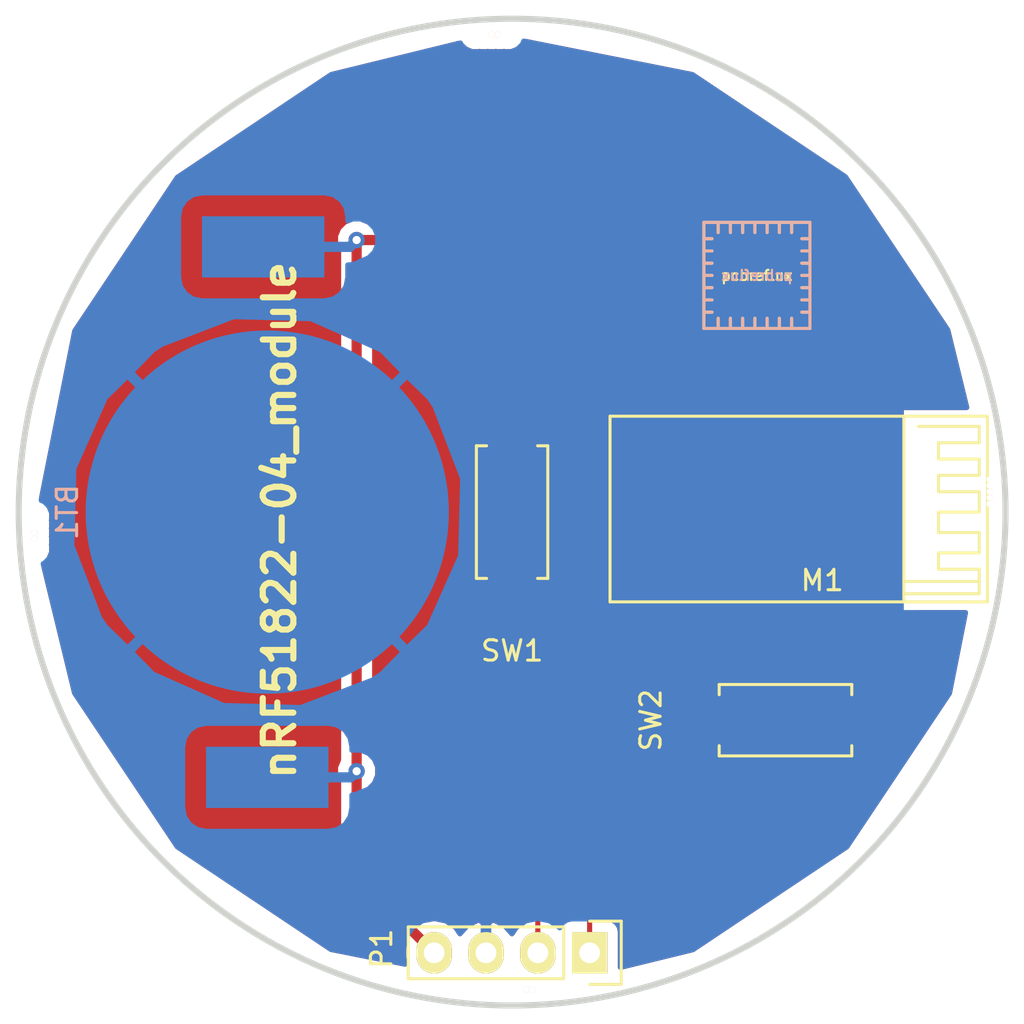
<source format=kicad_pcb>
(kicad_pcb (version 4) (host pcbnew 4.1.0-alpha+201607130321+6976~46~ubuntu16.04.1-product)

  (general
    (links 11)
    (no_connects 0)
    (area 49.899999 116.299999 100.100001 168.308333)
    (thickness 1.6)
    (drawings 4)
    (tracks 30)
    (zones 0)
    (modules 11)
    (nets 13)
  )

  (page A4)
  (layers
    (0 F.Cu signal)
    (31 B.Cu signal hide)
    (32 B.Adhes user)
    (33 F.Adhes user)
    (34 B.Paste user)
    (35 F.Paste user)
    (36 B.SilkS user)
    (37 F.SilkS user)
    (38 B.Mask user)
    (39 F.Mask user)
    (40 Dwgs.User user)
    (41 Cmts.User user)
    (42 Eco1.User user)
    (43 Eco2.User user)
    (44 Edge.Cuts user)
    (45 Margin user)
    (46 B.CrtYd user)
    (47 F.CrtYd user)
    (48 B.Fab user)
    (49 F.Fab user)
  )

  (setup
    (last_trace_width 0.25)
    (trace_clearance 0.2)
    (zone_clearance 0.508)
    (zone_45_only yes)
    (trace_min 0.2)
    (segment_width 0.2)
    (edge_width 0.3)
    (via_size 0.8)
    (via_drill 0.4)
    (via_min_size 0.4)
    (via_min_drill 0.3)
    (uvia_size 0.3)
    (uvia_drill 0.1)
    (uvias_allowed no)
    (uvia_min_size 0.2)
    (uvia_min_drill 0.1)
    (pcb_text_width 0.3)
    (pcb_text_size 1.5 1.5)
    (mod_edge_width 0.15)
    (mod_text_size 1 1)
    (mod_text_width 0.15)
    (pad_size 3 6)
    (pad_drill 0)
    (pad_to_mask_clearance 0.2)
    (aux_axis_origin 205.2 56.2)
    (grid_origin 205.2 56.2)
    (visible_elements FFFFFF7F)
    (pcbplotparams
      (layerselection 0x010f0_ffffffff)
      (usegerberextensions false)
      (excludeedgelayer true)
      (linewidth 0.100000)
      (plotframeref false)
      (viasonmask false)
      (mode 1)
      (useauxorigin false)
      (hpglpennumber 1)
      (hpglpenspeed 20)
      (hpglpendiameter 15)
      (psnegative false)
      (psa4output false)
      (plotreference true)
      (plotvalue true)
      (plotinvisibletext false)
      (padsonsilk false)
      (subtractmaskfromsilk false)
      (outputformat 1)
      (mirror false)
      (drillshape 0)
      (scaleselection 1)
      (outputdirectory Gerber/))
  )

  (net 0 "")
  (net 1 GND)
  (net 2 "Net-(BT1-Pad1)")
  (net 3 "Net-(M1-Pad13)")
  (net 4 "Net-(M1-Pad11)")
  (net 5 "Net-(M1-Pad10)")
  (net 6 "Net-(M1-Pad9)")
  (net 7 "Net-(M1-Pad8)")
  (net 8 "Net-(M1-Pad7)")
  (net 9 "Net-(M1-Pad6)")
  (net 10 "Net-(M1-Pad5)")
  (net 11 "Net-(M1-Pad4)")
  (net 12 "Net-(M1-Pad3)")

  (net_class Default "This is the default net class."
    (clearance 0.2)
    (trace_width 0.25)
    (via_dia 0.8)
    (via_drill 0.4)
    (uvia_dia 0.3)
    (uvia_drill 0.1)
    (add_net "Net-(M1-Pad10)")
    (add_net "Net-(M1-Pad11)")
    (add_net "Net-(M1-Pad13)")
    (add_net "Net-(M1-Pad3)")
    (add_net "Net-(M1-Pad4)")
    (add_net "Net-(M1-Pad5)")
    (add_net "Net-(M1-Pad6)")
    (add_net "Net-(M1-Pad7)")
    (add_net "Net-(M1-Pad8)")
    (add_net "Net-(M1-Pad9)")
  )

  (net_class XL ""
    (clearance 0.4)
    (trace_width 0.5)
    (via_dia 0.8)
    (via_drill 0.4)
    (uvia_dia 0.3)
    (uvia_drill 0.1)
    (add_net GND)
    (add_net "Net-(BT1-Pad1)")
  )

  (module module:pcbreflux_logo (layer B.Cu) (tedit 5794F58C) (tstamp 5794F9EF)
    (at 87 129.8)
    (fp_text reference REF** (at 0 -3.8) (layer B.SilkS) hide
      (effects (font (size 1 1) (thickness 0.15)) (justify mirror))
    )
    (fp_text value pcbreflux_logo (at 0.2 3.6) (layer B.Fab) hide
      (effects (font (size 1 1) (thickness 0.15)) (justify mirror))
    )
    (fp_text user pcbreflux (at 0 0) (layer B.SilkS)
      (effects (font (size 0.5 0.5) (thickness 0.1)) (justify mirror))
    )
    (fp_line (start 1.7 -2.5) (end 1.7 -2.1) (layer B.SilkS) (width 0.15))
    (fp_line (start 1.1 -2.5) (end 1.1 -2.1) (layer B.SilkS) (width 0.15))
    (fp_line (start 0.5 -2.5) (end 0.5 -2.1) (layer B.SilkS) (width 0.15))
    (fp_line (start -0.1 -2.5) (end -0.1 -2.1) (layer B.SilkS) (width 0.15))
    (fp_line (start -0.7 -2.5) (end -0.7 -2.1) (layer B.SilkS) (width 0.15))
    (fp_line (start -1.3 -2.5) (end -1.3 -2.1) (layer B.SilkS) (width 0.15))
    (fp_line (start -1.9 -2.5) (end -1.9 -2.1) (layer B.SilkS) (width 0.15))
    (fp_line (start -2.6 2.6) (end 2.6 2.6) (layer B.SilkS) (width 0.15))
    (fp_line (start -2.6 -2.6) (end 2.6 -2.6) (layer B.SilkS) (width 0.15))
    (fp_line (start -1.9 2.1) (end -1.9 2.5) (layer B.SilkS) (width 0.15))
    (fp_line (start -1.3 2.1) (end -1.3 2.5) (layer B.SilkS) (width 0.15))
    (fp_line (start -0.7 2.1) (end -0.7 2.5) (layer B.SilkS) (width 0.15))
    (fp_line (start -0.1 2.1) (end -0.1 2.5) (layer B.SilkS) (width 0.15))
    (fp_line (start 0.5 2.1) (end 0.5 2.5) (layer B.SilkS) (width 0.15))
    (fp_line (start 1.1 2.1) (end 1.1 2.5) (layer B.SilkS) (width 0.15))
    (fp_line (start 1.7 2.1) (end 1.7 2.5) (layer B.SilkS) (width 0.15))
    (fp_line (start -2.6 1.8) (end -2.2 1.8) (layer B.SilkS) (width 0.15))
    (fp_line (start -2.6 1.2) (end -2.2 1.2) (layer B.SilkS) (width 0.15))
    (fp_line (start -2.6 0.6) (end -2.2 0.6) (layer B.SilkS) (width 0.15))
    (fp_line (start -2.6 0) (end -2.2 0) (layer B.SilkS) (width 0.15))
    (fp_line (start -2.6 -0.6) (end -2.2 -0.6) (layer B.SilkS) (width 0.15))
    (fp_line (start -2.6 -1.2) (end -2.2 -1.2) (layer B.SilkS) (width 0.15))
    (fp_line (start -2.6 -1.8) (end -2.2 -1.8) (layer B.SilkS) (width 0.15))
    (fp_line (start 2.2 -1.8) (end 2.6 -1.8) (layer B.SilkS) (width 0.15))
    (fp_line (start 2.2 -1.2) (end 2.6 -1.2) (layer B.SilkS) (width 0.15))
    (fp_line (start 2.2 -0.6) (end 2.6 -0.6) (layer B.SilkS) (width 0.15))
    (fp_line (start 2.2 0) (end 2.6 0) (layer B.SilkS) (width 0.15))
    (fp_line (start 2.2 0.6) (end 2.6 0.6) (layer B.SilkS) (width 0.15))
    (fp_line (start 2.2 1.2) (end 2.6 1.2) (layer B.SilkS) (width 0.15))
    (fp_line (start 2.2 1.8) (end 2.6 1.8) (layer B.SilkS) (width 0.15))
    (fp_line (start 2.6 2.6) (end 2.6 -2.6) (layer B.SilkS) (width 0.15))
    (fp_line (start -2.6 -2.6) (end -2.6 2.6) (layer B.SilkS) (width 0.15))
  )

  (module Pin_Headers:Pin_Header_Straight_1x04 (layer F.Cu) (tedit 5794EBE3) (tstamp 5794D828)
    (at 78.8 163 270)
    (descr "Through hole pin header")
    (tags "pin header")
    (path /5794D1CD)
    (fp_text reference P1 (at -0.2 10.2 270) (layer F.SilkS)
      (effects (font (size 1 1) (thickness 0.15)))
    )
    (fp_text value CONN_01X04 (at 0 -3.1 270) (layer F.Fab) hide
      (effects (font (size 1 1) (thickness 0.15)))
    )
    (fp_line (start -1.75 -1.75) (end -1.75 9.4) (layer F.CrtYd) (width 0.05))
    (fp_line (start 1.75 -1.75) (end 1.75 9.4) (layer F.CrtYd) (width 0.05))
    (fp_line (start -1.75 -1.75) (end 1.75 -1.75) (layer F.CrtYd) (width 0.05))
    (fp_line (start -1.75 9.4) (end 1.75 9.4) (layer F.CrtYd) (width 0.05))
    (fp_line (start -1.27 1.27) (end -1.27 8.89) (layer F.SilkS) (width 0.15))
    (fp_line (start 1.27 1.27) (end 1.27 8.89) (layer F.SilkS) (width 0.15))
    (fp_line (start 1.55 -1.55) (end 1.55 0) (layer F.SilkS) (width 0.15))
    (fp_line (start -1.27 8.89) (end 1.27 8.89) (layer F.SilkS) (width 0.15))
    (fp_line (start 1.27 1.27) (end -1.27 1.27) (layer F.SilkS) (width 0.15))
    (fp_line (start -1.55 0) (end -1.55 -1.55) (layer F.SilkS) (width 0.15))
    (fp_line (start -1.55 -1.55) (end 1.55 -1.55) (layer F.SilkS) (width 0.15))
    (pad 1 thru_hole rect (at 0 0 270) (size 2.032 1.7272) (drill 1.016) (layers *.Cu *.Mask F.SilkS)
      (net 4 "Net-(M1-Pad11)"))
    (pad 2 thru_hole oval (at 0 2.54 270) (size 2.032 1.7272) (drill 1.016) (layers *.Cu *.Mask F.SilkS)
      (net 5 "Net-(M1-Pad10)"))
    (pad 3 thru_hole oval (at 0 5.08 270) (size 2.032 1.7272) (drill 1.016) (layers *.Cu *.Mask F.SilkS)
      (net 1 GND))
    (pad 4 thru_hole oval (at 0 7.62 270) (size 2.032 1.7272) (drill 1.016) (layers *.Cu *.Mask F.SilkS)
      (net 2 "Net-(BT1-Pad1)"))
    (model Pin_Headers.3dshapes/Pin_Header_Straight_1x04.wrl
      (at (xyz 0 -0.15 0))
      (scale (xyz 1 1 1))
      (rotate (xyz 0 0 90))
    )
  )

  (module Buttons_Switches_SMD:SW_SPST_REED_CT05-XXXX-G1 (layer F.Cu) (tedit 5794EBD4) (tstamp 5794D838)
    (at 75 141.4 270)
    (descr "Coto Technologies SPST Reed Switch CT05-XXXX-G1")
    (tags "Coto Reed SPST Switch")
    (path /5794CEBA)
    (attr smd)
    (fp_text reference SW1 (at 6.8 0) (layer F.SilkS)
      (effects (font (size 1 1) (thickness 0.15)))
    )
    (fp_text value SW_PUSH_SMALL_H (at 0 -2.54 270) (layer F.Fab) hide
      (effects (font (size 1 1) (thickness 0.15)))
    )
    (fp_line (start -5.8 2) (end -5.8 -2) (layer F.CrtYd) (width 0.05))
    (fp_line (start -5.8 -2) (end 5.8 -2) (layer F.CrtYd) (width 0.05))
    (fp_line (start 5.8 -2) (end 5.8 2) (layer F.CrtYd) (width 0.05))
    (fp_line (start 5.8 2) (end -5.8 2) (layer F.CrtYd) (width 0.05))
    (fp_line (start 3.25 1.25) (end 3.25 1.75) (layer F.SilkS) (width 0.15))
    (fp_line (start 3.25 1.75) (end -3.25 1.75) (layer F.SilkS) (width 0.15))
    (fp_line (start -3.25 1.75) (end -3.25 1.25) (layer F.SilkS) (width 0.15))
    (fp_line (start -3.25 -1.25) (end -3.25 -1.75) (layer F.SilkS) (width 0.15))
    (fp_line (start -3.25 -1.75) (end 3.25 -1.75) (layer F.SilkS) (width 0.15))
    (fp_line (start 3.25 -1.75) (end 3.25 -1.25) (layer F.SilkS) (width 0.15))
    (pad 2 smd rect (at 4.275 0 270) (size 2.5 2) (layers F.Cu F.Paste F.Mask)
      (net 8 "Net-(M1-Pad7)"))
    (pad 1 smd rect (at -4.275 0 270) (size 2.5 2) (layers F.Cu F.Paste F.Mask)
      (net 1 GND))
    (model ${KIPRJMOD}/lib/packages3d/walter/switch/smd_push.wrl
      (at (xyz 0 0 0))
      (scale (xyz 1 1 1))
      (rotate (xyz 0 0 0))
    )
  )

  (module Buttons_Switches_SMD:SW_SPST_REED_CT05-XXXX-G1 (layer F.Cu) (tedit 5794EBDC) (tstamp 5794D848)
    (at 88.4 151.6 180)
    (descr "Coto Technologies SPST Reed Switch CT05-XXXX-G1")
    (tags "Coto Reed SPST Switch")
    (path /5794CFA4)
    (attr smd)
    (fp_text reference SW2 (at 6.6 0 270) (layer F.SilkS)
      (effects (font (size 1 1) (thickness 0.15)))
    )
    (fp_text value SW_PUSH_SMALL_H (at 0 -2.54 180) (layer F.Fab) hide
      (effects (font (size 1 1) (thickness 0.15)))
    )
    (fp_line (start -5.8 2) (end -5.8 -2) (layer F.CrtYd) (width 0.05))
    (fp_line (start -5.8 -2) (end 5.8 -2) (layer F.CrtYd) (width 0.05))
    (fp_line (start 5.8 -2) (end 5.8 2) (layer F.CrtYd) (width 0.05))
    (fp_line (start 5.8 2) (end -5.8 2) (layer F.CrtYd) (width 0.05))
    (fp_line (start 3.25 1.25) (end 3.25 1.75) (layer F.SilkS) (width 0.15))
    (fp_line (start 3.25 1.75) (end -3.25 1.75) (layer F.SilkS) (width 0.15))
    (fp_line (start -3.25 1.75) (end -3.25 1.25) (layer F.SilkS) (width 0.15))
    (fp_line (start -3.25 -1.25) (end -3.25 -1.75) (layer F.SilkS) (width 0.15))
    (fp_line (start -3.25 -1.75) (end 3.25 -1.75) (layer F.SilkS) (width 0.15))
    (fp_line (start 3.25 -1.75) (end 3.25 -1.25) (layer F.SilkS) (width 0.15))
    (pad 2 smd rect (at 4.275 0 180) (size 2.5 2) (layers F.Cu F.Paste F.Mask)
      (net 7 "Net-(M1-Pad8)"))
    (pad 1 smd rect (at -4.275 0 180) (size 2.5 2) (layers F.Cu F.Paste F.Mask)
      (net 1 GND))
    (model ${KIPRJMOD}/lib/packages3d/walter/switch/smd_push.wrl
      (at (xyz 0 0 0))
      (scale (xyz 1 1 1))
      (rotate (xyz 0 0 0))
    )
  )

  (module module:pcbreflux_logo (layer F.Cu) (tedit 5794F58C) (tstamp 5794F879)
    (at 87 129.8)
    (fp_text reference REF** (at 0 3.8) (layer F.SilkS) hide
      (effects (font (size 1 1) (thickness 0.15)))
    )
    (fp_text value pcbreflux_logo (at 0.2 -3.6) (layer F.Fab) hide
      (effects (font (size 1 1) (thickness 0.15)))
    )
    (fp_text user pcbreflux (at 0 0) (layer F.SilkS)
      (effects (font (size 0.5 0.5) (thickness 0.1)))
    )
    (fp_line (start 1.7 2.5) (end 1.7 2.1) (layer F.SilkS) (width 0.15))
    (fp_line (start 1.1 2.5) (end 1.1 2.1) (layer F.SilkS) (width 0.15))
    (fp_line (start 0.5 2.5) (end 0.5 2.1) (layer F.SilkS) (width 0.15))
    (fp_line (start -0.1 2.5) (end -0.1 2.1) (layer F.SilkS) (width 0.15))
    (fp_line (start -0.7 2.5) (end -0.7 2.1) (layer F.SilkS) (width 0.15))
    (fp_line (start -1.3 2.5) (end -1.3 2.1) (layer F.SilkS) (width 0.15))
    (fp_line (start -1.9 2.5) (end -1.9 2.1) (layer F.SilkS) (width 0.15))
    (fp_line (start -2.6 -2.6) (end 2.6 -2.6) (layer F.SilkS) (width 0.15))
    (fp_line (start -2.6 2.6) (end 2.6 2.6) (layer F.SilkS) (width 0.15))
    (fp_line (start -1.9 -2.1) (end -1.9 -2.5) (layer F.SilkS) (width 0.15))
    (fp_line (start -1.3 -2.1) (end -1.3 -2.5) (layer F.SilkS) (width 0.15))
    (fp_line (start -0.7 -2.1) (end -0.7 -2.5) (layer F.SilkS) (width 0.15))
    (fp_line (start -0.1 -2.1) (end -0.1 -2.5) (layer F.SilkS) (width 0.15))
    (fp_line (start 0.5 -2.1) (end 0.5 -2.5) (layer F.SilkS) (width 0.15))
    (fp_line (start 1.1 -2.1) (end 1.1 -2.5) (layer F.SilkS) (width 0.15))
    (fp_line (start 1.7 -2.1) (end 1.7 -2.5) (layer F.SilkS) (width 0.15))
    (fp_line (start -2.6 -1.8) (end -2.2 -1.8) (layer F.SilkS) (width 0.15))
    (fp_line (start -2.6 -1.2) (end -2.2 -1.2) (layer F.SilkS) (width 0.15))
    (fp_line (start -2.6 -0.6) (end -2.2 -0.6) (layer F.SilkS) (width 0.15))
    (fp_line (start -2.6 0) (end -2.2 0) (layer F.SilkS) (width 0.15))
    (fp_line (start -2.6 0.6) (end -2.2 0.6) (layer F.SilkS) (width 0.15))
    (fp_line (start -2.6 1.2) (end -2.2 1.2) (layer F.SilkS) (width 0.15))
    (fp_line (start -2.6 1.8) (end -2.2 1.8) (layer F.SilkS) (width 0.15))
    (fp_line (start 2.2 1.8) (end 2.6 1.8) (layer F.SilkS) (width 0.15))
    (fp_line (start 2.2 1.2) (end 2.6 1.2) (layer F.SilkS) (width 0.15))
    (fp_line (start 2.2 0.6) (end 2.6 0.6) (layer F.SilkS) (width 0.15))
    (fp_line (start 2.2 0) (end 2.6 0) (layer F.SilkS) (width 0.15))
    (fp_line (start 2.2 -0.6) (end 2.6 -0.6) (layer F.SilkS) (width 0.15))
    (fp_line (start 2.2 -1.2) (end 2.6 -1.2) (layer F.SilkS) (width 0.15))
    (fp_line (start 2.2 -1.8) (end 2.6 -1.8) (layer F.SilkS) (width 0.15))
    (fp_line (start 2.6 -2.6) (end 2.6 2.6) (layer F.SilkS) (width 0.15))
    (fp_line (start -2.6 2.6) (end -2.6 -2.6) (layer F.SilkS) (width 0.15))
  )

  (module module:micro_bite (layer F.Cu) (tedit 5794FA0D) (tstamp 5794F2FD)
    (at 98.4 140.4 270)
    (fp_text reference REF** (at 0 0.5 270) (layer F.SilkS) hide
      (effects (font (size 0.127 0.127) (thickness 0.01)))
    )
    (fp_text value micro_bite (at 0 -0.5 270) (layer F.Fab) hide
      (effects (font (size 0.127 0.127) (thickness 0.01)))
    )
    (pad "" np_thru_hole circle (at -0.6 0 270) (size 0.3 0.3) (drill 0.3) (layers *.Cu *.Mask))
    (pad "" np_thru_hole circle (at 0.6 0 270) (size 0.3 0.3) (drill 0.3) (layers *.Cu *.Mask))
    (pad "" np_thru_hole circle (at 0.3 0 270) (size 0.3 0.3) (drill 0.3) (layers *.Cu *.SilkS *.Mask))
    (pad "" np_thru_hole circle (at 0 0 270) (size 0.3 0.3) (drill 0.3) (layers *.Cu *.SilkS *.Mask))
    (pad "" np_thru_hole circle (at -0.3 0 270) (size 0.3 0.3) (drill 0.3) (layers *.Cu *.Mask))
  )

  (module module:micro_bite (layer F.Cu) (tedit 5794FA0D) (tstamp 5794F323)
    (at 74 118)
    (fp_text reference REF** (at 0 0.5) (layer F.SilkS) hide
      (effects (font (size 0.127 0.127) (thickness 0.01)))
    )
    (fp_text value micro_bite (at 0 -0.5) (layer F.Fab) hide
      (effects (font (size 0.127 0.127) (thickness 0.01)))
    )
    (pad "" np_thru_hole circle (at -0.6 0) (size 0.3 0.3) (drill 0.3) (layers *.Cu *.Mask))
    (pad "" np_thru_hole circle (at 0.6 0) (size 0.3 0.3) (drill 0.3) (layers *.Cu *.Mask))
    (pad "" np_thru_hole circle (at 0.3 0) (size 0.3 0.3) (drill 0.3) (layers *.Cu *.SilkS *.Mask))
    (pad "" np_thru_hole circle (at 0 0) (size 0.3 0.3) (drill 0.3) (layers *.Cu *.SilkS *.Mask))
    (pad "" np_thru_hole circle (at -0.3 0) (size 0.3 0.3) (drill 0.3) (layers *.Cu *.Mask))
  )

  (module module:micro_bite (layer F.Cu) (tedit 5794FA0D) (tstamp 5794F33F)
    (at 51.6 142.4 270)
    (fp_text reference REF** (at 0 0.5 270) (layer F.SilkS) hide
      (effects (font (size 0.127 0.127) (thickness 0.01)))
    )
    (fp_text value micro_bite (at 0 -0.5 270) (layer F.Fab) hide
      (effects (font (size 0.127 0.127) (thickness 0.01)))
    )
    (pad "" np_thru_hole circle (at -0.6 0 270) (size 0.3 0.3) (drill 0.3) (layers *.Cu *.Mask))
    (pad "" np_thru_hole circle (at 0.6 0 270) (size 0.3 0.3) (drill 0.3) (layers *.Cu *.Mask))
    (pad "" np_thru_hole circle (at 0.3 0 270) (size 0.3 0.3) (drill 0.3) (layers *.Cu *.SilkS *.Mask))
    (pad "" np_thru_hole circle (at 0 0 270) (size 0.3 0.3) (drill 0.3) (layers *.Cu *.SilkS *.Mask))
    (pad "" np_thru_hole circle (at -0.3 0 270) (size 0.3 0.3) (drill 0.3) (layers *.Cu *.Mask))
  )

  (module module:micro_bite (layer F.Cu) (tedit 5794FA0D) (tstamp 5794F36C)
    (at 76 164.8 180)
    (fp_text reference REF** (at 0 0.5 180) (layer F.SilkS) hide
      (effects (font (size 0.127 0.127) (thickness 0.01)))
    )
    (fp_text value micro_bite (at 0 -0.5 180) (layer F.Fab) hide
      (effects (font (size 0.127 0.127) (thickness 0.01)))
    )
    (pad "" np_thru_hole circle (at -0.6 0 180) (size 0.3 0.3) (drill 0.3) (layers *.Cu *.Mask))
    (pad "" np_thru_hole circle (at 0.6 0 180) (size 0.3 0.3) (drill 0.3) (layers *.Cu *.Mask))
    (pad "" np_thru_hole circle (at 0.3 0 180) (size 0.3 0.3) (drill 0.3) (layers *.Cu *.SilkS *.Mask))
    (pad "" np_thru_hole circle (at 0 0 180) (size 0.3 0.3) (drill 0.3) (layers *.Cu *.SilkS *.Mask))
    (pad "" np_thru_hole circle (at -0.3 0 180) (size 0.3 0.3) (drill 0.3) (layers *.Cu *.Mask))
  )

  (module module:nRF51822-04_module (layer F.Cu) (tedit 5794D36B) (tstamp 5794D815)
    (at 98.3 145.8)
    (path /5794CD50)
    (fp_text reference M1 (at -8.1 -1.05) (layer F.SilkS)
      (effects (font (size 1 1) (thickness 0.15)))
    )
    (fp_text value nRF51822-04_module (at -8.75 -4.9) (layer F.Fab) hide
      (effects (font (size 1 1) (thickness 0.15)))
    )
    (fp_line (start -0.4 -1) (end -4 -1) (layer F.SilkS) (width 0.15))
    (fp_line (start -3.4 -8.6) (end -0.4 -8.6) (layer F.SilkS) (width 0.15))
    (fp_line (start -0.4 -8.6) (end -0.4 -7.8) (layer F.SilkS) (width 0.15))
    (fp_line (start -0.4 -7.8) (end -2.4 -7.8) (layer F.SilkS) (width 0.15))
    (fp_line (start -2.4 -7.8) (end -2.4 -7) (layer F.SilkS) (width 0.15))
    (fp_line (start -2.4 -7) (end -0.4 -7) (layer F.SilkS) (width 0.15))
    (fp_line (start -0.4 -7) (end -0.4 -6.2) (layer F.SilkS) (width 0.15))
    (fp_line (start -0.4 -6.2) (end -2.4 -6.2) (layer F.SilkS) (width 0.15))
    (fp_line (start -2.4 -6.2) (end -2.4 -5.4) (layer F.SilkS) (width 0.15))
    (fp_line (start -2.4 -5.4) (end -0.4 -5.4) (layer F.SilkS) (width 0.15))
    (fp_line (start -0.4 -5.4) (end -0.4 -4.4) (layer F.SilkS) (width 0.15))
    (fp_line (start -0.4 -4.4) (end -2.4 -4.4) (layer F.SilkS) (width 0.15))
    (fp_line (start -2.4 -4.4) (end -2.4 -3.4) (layer F.SilkS) (width 0.15))
    (fp_line (start -2.4 -3.4) (end -0.4 -3.4) (layer F.SilkS) (width 0.15))
    (fp_line (start -0.4 -3.4) (end -0.4 -2.4) (layer F.SilkS) (width 0.15))
    (fp_line (start -0.4 -2.4) (end -2.4 -2.4) (layer F.SilkS) (width 0.15))
    (fp_line (start -2.4 -2.4) (end -2.4 -1.6) (layer F.SilkS) (width 0.15))
    (fp_line (start -2.4 -1.6) (end -0.4 -1.6) (layer F.SilkS) (width 0.15))
    (fp_line (start -0.4 -1.6) (end -0.4 -0.4) (layer F.SilkS) (width 0.15))
    (fp_line (start -0.4 -0.4) (end -4 -0.4) (layer F.SilkS) (width 0.15))
    (fp_line (start -4.1 0) (end -4.1 -9.1) (layer F.SilkS) (width 0.15))
    (fp_line (start -18.5 0) (end 0 0) (layer F.SilkS) (width 0.15))
    (fp_line (start 0 0) (end 0 -9.1) (layer F.SilkS) (width 0.15))
    (fp_line (start 0 -9.1) (end -18.5 -9.1) (layer F.SilkS) (width 0.15))
    (fp_line (start -18.5 -9.1) (end -18.5 0) (layer F.SilkS) (width 0.15))
    (pad 12 smd rect (at -5.6 0) (size 0.5 1) (layers F.Cu F.Paste F.Mask)
      (net 1 GND))
    (pad 13 smd rect (at -4.45 0) (size 0.5 1) (layers F.Cu F.Paste F.Mask)
      (net 3 "Net-(M1-Pad13)"))
    (pad 11 smd rect (at -11.5 0) (size 0.5 1) (layers F.Cu F.Paste F.Mask)
      (net 4 "Net-(M1-Pad11)"))
    (pad 10 smd rect (at -12.5 0) (size 0.5 1) (layers F.Cu F.Paste F.Mask)
      (net 5 "Net-(M1-Pad10)"))
    (pad 9 smd rect (at -13.5 0) (size 0.5 1) (layers F.Cu F.Paste F.Mask)
      (net 6 "Net-(M1-Pad9)"))
    (pad 8 smd rect (at -14.5 0) (size 0.5 1) (layers F.Cu F.Paste F.Mask)
      (net 7 "Net-(M1-Pad8)"))
    (pad 7 smd rect (at -15.5 0) (size 0.5 1) (layers F.Cu F.Paste F.Mask)
      (net 8 "Net-(M1-Pad7)"))
    (pad 6 smd rect (at -18.5 -3.1) (size 1 0.5) (layers F.Cu F.Paste F.Mask)
      (net 9 "Net-(M1-Pad6)"))
    (pad 5 smd rect (at -18.5 -4.1) (size 1 0.5) (layers F.Cu F.Paste F.Mask)
      (net 10 "Net-(M1-Pad5)"))
    (pad 4 smd rect (at -18.5 -5.1) (size 1 0.5) (layers F.Cu F.Paste F.Mask)
      (net 11 "Net-(M1-Pad4)"))
    (pad 3 smd rect (at -18.5 -6.1) (size 1 0.5) (layers F.Cu F.Paste F.Mask)
      (net 12 "Net-(M1-Pad3)"))
    (pad 2 smd rect (at -18.5 -7.1) (size 1 0.5) (layers F.Cu F.Paste F.Mask))
    (pad 1 smd rect (at -18.5 -8.1) (size 1 0.5) (layers F.Cu F.Paste F.Mask)
      (net 2 "Net-(BT1-Pad1)"))
    (model ${KIPRJMOD}/lib/packages3d/nrf51822-04_module.x3d
      (at (xyz -0.365 0.18 0))
      (scale (xyz 1 1.5 1))
      (rotate (xyz 0 0 90))
    )
  )

  (module module:cr2032_bat_holder (layer B.Cu) (tedit 5794F60F) (tstamp 5794D7EB)
    (at 63 141.4 90)
    (path /5794CE20)
    (fp_text reference BT1 (at 0 -9.8 90) (layer B.SilkS)
      (effects (font (size 1 1) (thickness 0.15)) (justify mirror))
    )
    (fp_text value Battery (at -0.2 10 90) (layer B.Fab) hide
      (effects (font (size 1 1) (thickness 0.15)) (justify mirror))
    )
    (pad 1 smd rect (at 13 -0.2 90) (size 3 6) (layers B.Cu B.Paste B.Mask)
      (net 2 "Net-(BT1-Pad1)") (clearance 1))
    (pad 1 smd rect (at -13 0 90) (size 3 6) (layers B.Cu B.Paste B.Mask)
      (net 2 "Net-(BT1-Pad1)") (clearance 1))
    (pad 2 smd circle (at 0 0 90) (size 17.8 17.8) (layers B.Cu B.Paste B.Mask)
      (net 1 GND))
    (model ${KIPRJMOD}/lib/packages3d/walter/battery_holders/keystone_3000.wrl
      (at (xyz 0 0 0))
      (scale (xyz 1.5 1.5 1.5))
      (rotate (xyz 0 0 0))
    )
  )

  (gr_circle (center 75 141.4) (end 92.2 158.4) (layer Edge.Cuts) (width 0.3))
  (gr_text nRF51822-04_module (at 63.6 141.8 90) (layer F.SilkS)
    (effects (font (size 1.5 1.5) (thickness 0.3)))
  )
  (gr_circle (center 75 141.4) (end 92 158.4) (layer Margin) (width 0.2))
  (gr_circle (center 75 141.4) (end 75 116.4) (layer Eco1.User) (width 0.2))

  (segment (start 67.38 154.1) (end 67.38 159.2) (width 0.5) (layer F.Cu) (net 2))
  (segment (start 67.38 159.2) (end 71.18 163) (width 0.5) (layer F.Cu) (net 2) (tstamp 5794EC96))
  (segment (start 67.38 128.065) (end 67.38 154.1) (width 0.5) (layer F.Cu) (net 2))
  (segment (start 67.08 154.4) (end 63 154.4) (width 0.5) (layer B.Cu) (net 2) (tstamp 5794EC90))
  (segment (start 67.38 154.1) (end 67.08 154.4) (width 0.5) (layer B.Cu) (net 2) (tstamp 5794EC8F))
  (via (at 67.38 154.1) (size 0.8) (drill 0.4) (layers F.Cu B.Cu) (net 2))
  (segment (start 62.8 128.4) (end 67.045 128.4) (width 0.5) (layer B.Cu) (net 2))
  (segment (start 79.8 129.69) (end 79.8 137.7) (width 0.5) (layer F.Cu) (net 2) (tstamp 5794EC7C))
  (segment (start 78.175 128.065) (end 79.8 129.69) (width 0.5) (layer F.Cu) (net 2) (tstamp 5794EC78))
  (segment (start 67.38 128.065) (end 78.175 128.065) (width 0.5) (layer F.Cu) (net 2) (tstamp 5794EC77))
  (via (at 67.38 128.065) (size 0.8) (drill 0.4) (layers F.Cu B.Cu) (net 2))
  (segment (start 67.045 128.4) (end 67.38 128.065) (width 0.5) (layer B.Cu) (net 2) (tstamp 5794EC6D))
  (segment (start 86.8 145.8) (end 86.8 146.85) (width 0.25) (layer F.Cu) (net 4))
  (segment (start 78.8 161.095) (end 78.8 163) (width 0.25) (layer F.Cu) (net 4) (tstamp 5794EC4B))
  (segment (start 79.445 160.45) (end 78.8 161.095) (width 0.25) (layer F.Cu) (net 4) (tstamp 5794EC47))
  (segment (start 85.16 160.45) (end 79.445 160.45) (width 0.25) (layer F.Cu) (net 4) (tstamp 5794EC45))
  (segment (start 87.065 158.545) (end 85.16 160.45) (width 0.25) (layer F.Cu) (net 4) (tstamp 5794EC36))
  (segment (start 87.065 147.115) (end 87.065 158.545) (width 0.25) (layer F.Cu) (net 4) (tstamp 5794EC31))
  (segment (start 86.8 146.85) (end 87.065 147.115) (width 0.25) (layer F.Cu) (net 4) (tstamp 5794EC30))
  (segment (start 85.8 145.8) (end 85.8 147.12) (width 0.25) (layer F.Cu) (net 5))
  (segment (start 76.26 160.46) (end 76.26 163) (width 0.25) (layer F.Cu) (net 5) (tstamp 5794EC29))
  (segment (start 77.54 159.18) (end 76.26 160.46) (width 0.25) (layer F.Cu) (net 5) (tstamp 5794EC27))
  (segment (start 85.16 159.18) (end 77.54 159.18) (width 0.25) (layer F.Cu) (net 5) (tstamp 5794EC25))
  (segment (start 86.43 157.91) (end 85.16 159.18) (width 0.25) (layer F.Cu) (net 5) (tstamp 5794EC23))
  (segment (start 86.43 147.75) (end 86.43 157.91) (width 0.25) (layer F.Cu) (net 5) (tstamp 5794EC22))
  (segment (start 85.8 147.12) (end 86.43 147.75) (width 0.25) (layer F.Cu) (net 5) (tstamp 5794EC21))
  (segment (start 83.8 145.8) (end 83.8 151.275) (width 0.25) (layer F.Cu) (net 7))
  (segment (start 83.8 151.275) (end 84.125 151.6) (width 0.25) (layer F.Cu) (net 7) (tstamp 5794EC1E))
  (segment (start 75 145.675) (end 82.675 145.675) (width 0.25) (layer F.Cu) (net 8))
  (segment (start 82.675 145.675) (end 82.8 145.8) (width 0.25) (layer F.Cu) (net 8) (tstamp 5794EFAD))

  (zone (net 0) (net_name "") (layer F.Cu) (tstamp 5794EACD) (hatch full 0.508)
    (connect_pads (clearance 0.508))
    (min_thickness 0.254)
    (keepout (tracks not_allowed) (vias not_allowed) (copperpour not_allowed))
    (fill (arc_segments 16) (thermal_gap 0.508) (thermal_bridge_width 0.508))
    (polygon
      (pts
        (xy 98.6 138.86) (xy 99.765 138.86) (xy 99.765 142.035) (xy 98.6 142.035) (xy 98.6 146.2)
        (xy 94.2 146.2) (xy 94.2 136.4) (xy 98.6 136.4)
      )
    )
  )
  (zone (net 0) (net_name "") (layer B.Cu) (tstamp 5794EACE) (hatch full 0.508)
    (connect_pads (clearance 0.508))
    (min_thickness 0.254)
    (keepout (tracks not_allowed) (vias not_allowed) (copperpour not_allowed))
    (fill (arc_segments 16) (thermal_gap 0.508) (thermal_bridge_width 0.508))
    (polygon
      (pts
        (xy 98.6 146.2) (xy 94.2 146.2) (xy 94.2 136.4) (xy 98.6 136.4)
      )
    )
  )
  (zone (net 0) (net_name "") (layer F.Cu) (tstamp 5794ECE7) (hatch full 0.508)
    (connect_pads (clearance 0.508))
    (min_thickness 0.254)
    (keepout (tracks not_allowed) (vias not_allowed) (copperpour not_allowed))
    (fill (arc_segments 16) (thermal_gap 0.508) (thermal_bridge_width 0.508))
    (polygon
      (pts
        (xy 75.635 118.54) (xy 72.46 118.54) (xy 72.46 116.635) (xy 75.635 116.635)
      )
    )
  )
  (zone (net 0) (net_name "") (layer F.Cu) (tstamp 5794ED07) (hatch full 0.508)
    (connect_pads (clearance 0.508))
    (min_thickness 0.254)
    (keepout (tracks not_allowed) (vias not_allowed) (copperpour not_allowed))
    (fill (arc_segments 16) (thermal_gap 0.508) (thermal_bridge_width 0.508))
    (polygon
      (pts
        (xy 52.14 143.94) (xy 50.235 143.94) (xy 50.235 140.765) (xy 52.14 140.765)
      )
    )
  )
  (zone (net 0) (net_name "") (layer F.Cu) (tstamp 5794ED1A) (hatch full 0.508)
    (connect_pads (clearance 0.508))
    (min_thickness 0.254)
    (keepout (tracks not_allowed) (vias not_allowed) (copperpour not_allowed))
    (fill (arc_segments 16) (thermal_gap 0.508) (thermal_bridge_width 0.508))
    (polygon
      (pts
        (xy 75 164.895) (xy 77.54 164.895) (xy 77.54 166.165) (xy 74.365 166.165) (xy 74.365 164.895)
      )
    )
  )
  (zone (net 1) (net_name GND) (layer F.Cu) (tstamp 5794ED42) (hatch edge 0.508)
    (connect_pads (clearance 0.508))
    (min_thickness 0.254)
    (fill yes (arc_segments 16) (thermal_gap 0.508) (thermal_bridge_width 0.508))
    (polygon
      (pts
        (xy 98.495 165.53) (xy 50.87 165.53) (xy 50.87 117.27) (xy 98.495 117.27)
      )
    )
    (filled_polygon
      (pts
        (xy 83.83984 119.958732) (xy 91.333897 124.9661) (xy 96.351117 132.474898) (xy 97.280506 136.273) (xy 94.2 136.273)
        (xy 94.151399 136.282667) (xy 94.110197 136.310197) (xy 94.082667 136.351399) (xy 94.073 136.4) (xy 94.073 144.65256)
        (xy 93.6 144.65256) (xy 93.352235 144.701843) (xy 93.280681 144.749654) (xy 93.076309 144.665) (xy 92.98375 144.665)
        (xy 92.825 144.82375) (xy 92.825 145.673) (xy 92.847 145.673) (xy 92.847 145.927) (xy 92.825 145.927)
        (xy 92.825 146.77625) (xy 92.98375 146.935) (xy 93.076309 146.935) (xy 93.280681 146.850346) (xy 93.352235 146.898157)
        (xy 93.6 146.94744) (xy 94.1 146.94744) (xy 94.347765 146.898157) (xy 94.557809 146.757809) (xy 94.698157 146.547765)
        (xy 94.742069 146.327) (xy 97.21958 146.327) (xy 96.433656 150.278108) (xy 91.404609 157.804609) (xy 83.863368 162.843505)
        (xy 80.31104 163.712754) (xy 80.31104 161.984) (xy 80.261757 161.736235) (xy 80.121409 161.526191) (xy 79.911365 161.385843)
        (xy 79.6636 161.33656) (xy 79.633242 161.33656) (xy 79.759802 161.21) (xy 85.16 161.21) (xy 85.450839 161.152148)
        (xy 85.697401 160.987401) (xy 87.602401 159.082401) (xy 87.767148 158.835839) (xy 87.825 158.545) (xy 87.825 151.88575)
        (xy 90.79 151.88575) (xy 90.79 152.72631) (xy 90.886673 152.959699) (xy 91.065302 153.138327) (xy 91.298691 153.235)
        (xy 92.38925 153.235) (xy 92.548 153.07625) (xy 92.548 151.727) (xy 92.802 151.727) (xy 92.802 153.07625)
        (xy 92.96075 153.235) (xy 94.051309 153.235) (xy 94.284698 153.138327) (xy 94.463327 152.959699) (xy 94.56 152.72631)
        (xy 94.56 151.88575) (xy 94.40125 151.727) (xy 92.802 151.727) (xy 92.548 151.727) (xy 90.94875 151.727)
        (xy 90.79 151.88575) (xy 87.825 151.88575) (xy 87.825 150.47369) (xy 90.79 150.47369) (xy 90.79 151.31425)
        (xy 90.94875 151.473) (xy 92.548 151.473) (xy 92.548 150.12375) (xy 92.802 150.12375) (xy 92.802 151.473)
        (xy 94.40125 151.473) (xy 94.56 151.31425) (xy 94.56 150.47369) (xy 94.463327 150.240301) (xy 94.284698 150.061673)
        (xy 94.051309 149.965) (xy 92.96075 149.965) (xy 92.802 150.12375) (xy 92.548 150.12375) (xy 92.38925 149.965)
        (xy 91.298691 149.965) (xy 91.065302 150.061673) (xy 90.886673 150.240301) (xy 90.79 150.47369) (xy 87.825 150.47369)
        (xy 87.825 147.115) (xy 87.767148 146.824161) (xy 87.615312 146.596921) (xy 87.648157 146.547765) (xy 87.69744 146.3)
        (xy 87.69744 146.08575) (xy 91.815 146.08575) (xy 91.815 146.42631) (xy 91.911673 146.659699) (xy 92.090302 146.838327)
        (xy 92.323691 146.935) (xy 92.41625 146.935) (xy 92.575 146.77625) (xy 92.575 145.927) (xy 91.97375 145.927)
        (xy 91.815 146.08575) (xy 87.69744 146.08575) (xy 87.69744 145.3) (xy 87.672316 145.17369) (xy 91.815 145.17369)
        (xy 91.815 145.51425) (xy 91.97375 145.673) (xy 92.575 145.673) (xy 92.575 144.82375) (xy 92.41625 144.665)
        (xy 92.323691 144.665) (xy 92.090302 144.761673) (xy 91.911673 144.940301) (xy 91.815 145.17369) (xy 87.672316 145.17369)
        (xy 87.648157 145.052235) (xy 87.507809 144.842191) (xy 87.297765 144.701843) (xy 87.05 144.65256) (xy 86.55 144.65256)
        (xy 86.302235 144.701843) (xy 86.3 144.703336) (xy 86.297765 144.701843) (xy 86.05 144.65256) (xy 85.55 144.65256)
        (xy 85.302235 144.701843) (xy 85.3 144.703336) (xy 85.297765 144.701843) (xy 85.05 144.65256) (xy 84.55 144.65256)
        (xy 84.302235 144.701843) (xy 84.3 144.703336) (xy 84.297765 144.701843) (xy 84.05 144.65256) (xy 83.55 144.65256)
        (xy 83.302235 144.701843) (xy 83.3 144.703336) (xy 83.297765 144.701843) (xy 83.05 144.65256) (xy 82.55 144.65256)
        (xy 82.302235 144.701843) (xy 82.092191 144.842191) (xy 82.043541 144.915) (xy 76.64744 144.915) (xy 76.64744 144.425)
        (xy 76.598157 144.177235) (xy 76.457809 143.967191) (xy 76.247765 143.826843) (xy 76 143.77756) (xy 74 143.77756)
        (xy 73.752235 143.826843) (xy 73.542191 143.967191) (xy 73.401843 144.177235) (xy 73.35256 144.425) (xy 73.35256 146.925)
        (xy 73.401843 147.172765) (xy 73.542191 147.382809) (xy 73.752235 147.523157) (xy 74 147.57244) (xy 76 147.57244)
        (xy 76.247765 147.523157) (xy 76.457809 147.382809) (xy 76.598157 147.172765) (xy 76.64744 146.925) (xy 76.64744 146.435)
        (xy 81.929413 146.435) (xy 81.951843 146.547765) (xy 82.092191 146.757809) (xy 82.302235 146.898157) (xy 82.55 146.94744)
        (xy 83.04 146.94744) (xy 83.04 149.95256) (xy 82.875 149.95256) (xy 82.627235 150.001843) (xy 82.417191 150.142191)
        (xy 82.276843 150.352235) (xy 82.22756 150.6) (xy 82.22756 152.6) (xy 82.276843 152.847765) (xy 82.417191 153.057809)
        (xy 82.627235 153.198157) (xy 82.875 153.24744) (xy 85.375 153.24744) (xy 85.622765 153.198157) (xy 85.67 153.166595)
        (xy 85.67 157.595198) (xy 84.845198 158.42) (xy 77.54 158.42) (xy 77.24916 158.477852) (xy 77.002599 158.642599)
        (xy 75.722599 159.922599) (xy 75.557852 160.169161) (xy 75.5 160.46) (xy 75.5 161.555352) (xy 75.20033 161.755585)
        (xy 74.993539 162.065069) (xy 74.622036 161.649268) (xy 74.094791 161.395291) (xy 74.079026 161.392642) (xy 73.847 161.513783)
        (xy 73.847 162.873) (xy 73.867 162.873) (xy 73.867 163.127) (xy 73.847 163.127) (xy 73.847 163.147)
        (xy 73.593 163.147) (xy 73.593 163.127) (xy 73.573 163.127) (xy 73.573 162.873) (xy 73.593 162.873)
        (xy 73.593 161.513783) (xy 73.360974 161.392642) (xy 73.345209 161.395291) (xy 72.817964 161.649268) (xy 72.446461 162.065069)
        (xy 72.23967 161.755585) (xy 71.753489 161.430729) (xy 71.18 161.316655) (xy 70.819869 161.38829) (xy 68.265 158.83342)
        (xy 68.265 154.667585) (xy 68.41482 154.306777) (xy 68.415179 153.895029) (xy 68.265 153.531567) (xy 68.265 137.41075)
        (xy 73.365 137.41075) (xy 73.365 138.501309) (xy 73.461673 138.734698) (xy 73.640301 138.913327) (xy 73.87369 139.01)
        (xy 74.71425 139.01) (xy 74.873 138.85125) (xy 74.873 137.252) (xy 75.127 137.252) (xy 75.127 138.85125)
        (xy 75.28575 139.01) (xy 76.12631 139.01) (xy 76.359699 138.913327) (xy 76.538327 138.734698) (xy 76.635 138.501309)
        (xy 76.635 137.41075) (xy 76.47625 137.252) (xy 75.127 137.252) (xy 74.873 137.252) (xy 73.52375 137.252)
        (xy 73.365 137.41075) (xy 68.265 137.41075) (xy 68.265 135.748691) (xy 73.365 135.748691) (xy 73.365 136.83925)
        (xy 73.52375 136.998) (xy 74.873 136.998) (xy 74.873 135.39875) (xy 75.127 135.39875) (xy 75.127 136.998)
        (xy 76.47625 136.998) (xy 76.635 136.83925) (xy 76.635 135.748691) (xy 76.538327 135.515302) (xy 76.359699 135.336673)
        (xy 76.12631 135.24) (xy 75.28575 135.24) (xy 75.127 135.39875) (xy 74.873 135.39875) (xy 74.71425 135.24)
        (xy 73.87369 135.24) (xy 73.640301 135.336673) (xy 73.461673 135.515302) (xy 73.365 135.748691) (xy 68.265 135.748691)
        (xy 68.265 128.95) (xy 77.80842 128.95) (xy 78.915 130.056579) (xy 78.915 136.943541) (xy 78.842191 136.992191)
        (xy 78.701843 137.202235) (xy 78.65256 137.45) (xy 78.65256 137.95) (xy 78.701843 138.197765) (xy 78.703336 138.2)
        (xy 78.701843 138.202235) (xy 78.65256 138.45) (xy 78.65256 138.95) (xy 78.701843 139.197765) (xy 78.703336 139.2)
        (xy 78.701843 139.202235) (xy 78.65256 139.45) (xy 78.65256 139.95) (xy 78.701843 140.197765) (xy 78.703336 140.2)
        (xy 78.701843 140.202235) (xy 78.65256 140.45) (xy 78.65256 140.95) (xy 78.701843 141.197765) (xy 78.703336 141.2)
        (xy 78.701843 141.202235) (xy 78.65256 141.45) (xy 78.65256 141.95) (xy 78.701843 142.197765) (xy 78.703336 142.2)
        (xy 78.701843 142.202235) (xy 78.65256 142.45) (xy 78.65256 142.95) (xy 78.701843 143.197765) (xy 78.842191 143.407809)
        (xy 79.052235 143.548157) (xy 79.3 143.59744) (xy 80.3 143.59744) (xy 80.547765 143.548157) (xy 80.757809 143.407809)
        (xy 80.898157 143.197765) (xy 80.94744 142.95) (xy 80.94744 142.45) (xy 80.898157 142.202235) (xy 80.896664 142.2)
        (xy 80.898157 142.197765) (xy 80.94744 141.95) (xy 80.94744 141.45) (xy 80.898157 141.202235) (xy 80.896664 141.2)
        (xy 80.898157 141.197765) (xy 80.94744 140.95) (xy 80.94744 140.45) (xy 80.898157 140.202235) (xy 80.896664 140.2)
        (xy 80.898157 140.197765) (xy 80.94744 139.95) (xy 80.94744 139.45) (xy 80.898157 139.202235) (xy 80.896664 139.2)
        (xy 80.898157 139.197765) (xy 80.94744 138.95) (xy 80.94744 138.45) (xy 80.898157 138.202235) (xy 80.896664 138.2)
        (xy 80.898157 138.197765) (xy 80.94744 137.95) (xy 80.94744 137.45) (xy 80.898157 137.202235) (xy 80.757809 136.992191)
        (xy 80.685 136.943541) (xy 80.685 129.690005) (xy 80.685001 129.69) (xy 80.617633 129.351326) (xy 80.617633 129.351325)
        (xy 80.42579 129.06421) (xy 80.425787 129.064208) (xy 78.80079 127.43921) (xy 78.513675 127.247367) (xy 78.457484 127.23619)
        (xy 78.175 127.179999) (xy 78.174995 127.18) (xy 67.947585 127.18) (xy 67.586777 127.03018) (xy 67.175029 127.029821)
        (xy 66.794485 127.187058) (xy 66.503081 127.477954) (xy 66.34518 127.858223) (xy 66.344821 128.269971) (xy 66.495 128.633433)
        (xy 66.495 153.532415) (xy 66.34518 153.893223) (xy 66.344821 154.304971) (xy 66.495 154.668433) (xy 66.495 159.199995)
        (xy 66.494999 159.2) (xy 66.548874 159.47084) (xy 66.562367 159.538675) (xy 66.681787 159.717401) (xy 66.75421 159.82579)
        (xy 69.691732 162.763311) (xy 69.6814 162.815255) (xy 69.6814 163.184745) (xy 69.755325 163.556391) (xy 66.121892 162.833656)
        (xy 58.595391 157.804609) (xy 53.556887 150.263954) (xy 52.05196 144.067) (xy 52.14 144.067) (xy 52.188601 144.057333)
        (xy 52.229803 144.029803) (xy 52.257333 143.988601) (xy 52.267 143.94) (xy 52.267 143.714003) (xy 52.307466 143.673607)
        (xy 52.434855 143.366821) (xy 52.435145 143.034637) (xy 52.420955 143.000295) (xy 52.434855 142.966821) (xy 52.435145 142.634637)
        (xy 52.420955 142.600295) (xy 52.434855 142.566821) (xy 52.435145 142.234637) (xy 52.420955 142.200295) (xy 52.434855 142.166821)
        (xy 52.435145 141.834637) (xy 52.420955 141.800295) (xy 52.434855 141.766821) (xy 52.435145 141.434637) (xy 52.308292 141.127628)
        (xy 52.267 141.086264) (xy 52.267 140.765) (xy 52.257333 140.716399) (xy 52.229803 140.675197) (xy 52.188601 140.647667)
        (xy 52.14 140.638) (xy 51.95195 140.638) (xy 53.566344 132.521892) (xy 58.595391 124.995391) (xy 66.136632 119.956495)
        (xy 72.333 118.440253) (xy 72.333 118.54) (xy 72.342667 118.588601) (xy 72.370197 118.629803) (xy 72.411399 118.657333)
        (xy 72.46 118.667) (xy 72.685997 118.667) (xy 72.726393 118.707466) (xy 73.033179 118.834855) (xy 73.365363 118.835145)
        (xy 73.399705 118.820955) (xy 73.433179 118.834855) (xy 73.765363 118.835145) (xy 73.799705 118.820955) (xy 73.833179 118.834855)
        (xy 74.165363 118.835145) (xy 74.199705 118.820955) (xy 74.233179 118.834855) (xy 74.565363 118.835145) (xy 74.599705 118.820955)
        (xy 74.633179 118.834855) (xy 74.965363 118.835145) (xy 75.272372 118.708292) (xy 75.313736 118.667) (xy 75.635 118.667)
        (xy 75.683601 118.657333) (xy 75.724803 118.629803) (xy 75.752333 118.588601) (xy 75.762 118.54) (xy 75.762 118.35195)
      )
    )
  )
  (zone (net 1) (net_name GND) (layer B.Cu) (tstamp 5794EDE8) (hatch edge 0.508)
    (connect_pads (clearance 0.508))
    (min_thickness 0.254)
    (fill yes (arc_segments 16) (thermal_gap 0.508) (thermal_bridge_width 0.508))
    (polygon
      (pts
        (xy 99.13 165.53) (xy 50.87 165.53) (xy 50.87 117.27) (xy 99.13 117.27)
      )
    )
    (filled_polygon
      (pts
        (xy 83.83984 119.958732) (xy 91.333897 124.9661) (xy 96.351117 132.474898) (xy 97.280506 136.273) (xy 94.2 136.273)
        (xy 94.151399 136.282667) (xy 94.110197 136.310197) (xy 94.082667 136.351399) (xy 94.073 136.4) (xy 94.073 146.2)
        (xy 94.082667 146.248601) (xy 94.110197 146.289803) (xy 94.151399 146.317333) (xy 94.2 146.327) (xy 97.21958 146.327)
        (xy 96.433656 150.278108) (xy 91.404609 157.804609) (xy 83.863368 162.843505) (xy 80.31104 163.712754) (xy 80.31104 161.984)
        (xy 80.261757 161.736235) (xy 80.121409 161.526191) (xy 79.911365 161.385843) (xy 79.6636 161.33656) (xy 77.9364 161.33656)
        (xy 77.688635 161.385843) (xy 77.478591 161.526191) (xy 77.338243 161.736235) (xy 77.331016 161.772566) (xy 77.31967 161.755585)
        (xy 76.833489 161.430729) (xy 76.26 161.316655) (xy 75.686511 161.430729) (xy 75.20033 161.755585) (xy 74.993539 162.065069)
        (xy 74.622036 161.649268) (xy 74.094791 161.395291) (xy 74.079026 161.392642) (xy 73.847 161.513783) (xy 73.847 162.873)
        (xy 73.867 162.873) (xy 73.867 163.127) (xy 73.847 163.127) (xy 73.847 163.147) (xy 73.593 163.147)
        (xy 73.593 163.127) (xy 73.573 163.127) (xy 73.573 162.873) (xy 73.593 162.873) (xy 73.593 161.513783)
        (xy 73.360974 161.392642) (xy 73.345209 161.395291) (xy 72.817964 161.649268) (xy 72.446461 162.065069) (xy 72.23967 161.755585)
        (xy 71.753489 161.430729) (xy 71.18 161.316655) (xy 70.606511 161.430729) (xy 70.12033 161.755585) (xy 69.795474 162.241766)
        (xy 69.6814 162.815255) (xy 69.6814 163.184745) (xy 69.755325 163.556391) (xy 66.121892 162.833656) (xy 58.595391 157.804609)
        (xy 55.318237 152.9) (xy 58.850921 152.9) (xy 58.850921 155.9) (xy 58.938389 156.339733) (xy 59.187478 156.712522)
        (xy 59.560267 156.961611) (xy 60 157.049079) (xy 66 157.049079) (xy 66.439733 156.961611) (xy 66.812522 156.712522)
        (xy 67.061611 156.339733) (xy 67.149079 155.9) (xy 67.149079 155.27126) (xy 67.362484 155.22881) (xy 67.418675 155.217633)
        (xy 67.542133 155.135142) (xy 67.584971 155.135179) (xy 67.965515 154.977942) (xy 68.256919 154.687046) (xy 68.41482 154.306777)
        (xy 68.415179 153.895029) (xy 68.257942 153.514485) (xy 67.967046 153.223081) (xy 67.586777 153.06518) (xy 67.175029 153.064821)
        (xy 67.149079 153.075543) (xy 67.149079 152.9) (xy 67.061611 152.460267) (xy 66.812522 152.087478) (xy 66.439733 151.838389)
        (xy 66 151.750921) (xy 60 151.750921) (xy 59.560267 151.838389) (xy 59.187478 152.087478) (xy 58.938389 152.460267)
        (xy 58.850921 152.9) (xy 55.318237 152.9) (xy 53.556887 150.263954) (xy 53.068117 148.251305) (xy 56.3283 148.251305)
        (xy 57.388901 149.33908) (xy 60.854175 150.882028) (xy 64.646131 150.981423) (xy 68.187479 149.622134) (xy 68.611099 149.33908)
        (xy 69.6717 148.251305) (xy 63 141.579605) (xy 56.3283 148.251305) (xy 53.068117 148.251305) (xy 52.018794 143.93043)
        (xy 52.072372 143.908292) (xy 52.307466 143.673607) (xy 52.434855 143.366821) (xy 52.435134 143.046131) (xy 53.418577 143.046131)
        (xy 54.777866 146.587479) (xy 55.06092 147.011099) (xy 56.148695 148.0717) (xy 62.820395 141.4) (xy 63.179605 141.4)
        (xy 69.851305 148.0717) (xy 70.93908 147.011099) (xy 72.482028 143.545825) (xy 72.581423 139.753869) (xy 71.222134 136.212521)
        (xy 70.93908 135.788901) (xy 69.851305 134.7283) (xy 63.179605 141.4) (xy 62.820395 141.4) (xy 56.148695 134.7283)
        (xy 55.06092 135.788901) (xy 53.517972 139.254175) (xy 53.418577 143.046131) (xy 52.435134 143.046131) (xy 52.435145 143.034637)
        (xy 52.420955 143.000295) (xy 52.434855 142.966821) (xy 52.435145 142.634637) (xy 52.420955 142.600295) (xy 52.434855 142.566821)
        (xy 52.435145 142.234637) (xy 52.420955 142.200295) (xy 52.434855 142.166821) (xy 52.435145 141.834637) (xy 52.420955 141.800295)
        (xy 52.434855 141.766821) (xy 52.435145 141.434637) (xy 52.308292 141.127628) (xy 52.073607 140.892534) (xy 51.927 140.831657)
        (xy 51.927 140.8) (xy 51.923363 140.781715) (xy 53.163187 134.548695) (xy 56.3283 134.548695) (xy 63 141.220395)
        (xy 69.6717 134.548695) (xy 68.611099 133.46092) (xy 65.145825 131.917972) (xy 61.353869 131.818577) (xy 57.812521 133.177866)
        (xy 57.388901 133.46092) (xy 56.3283 134.548695) (xy 53.163187 134.548695) (xy 53.566344 132.521892) (xy 57.322771 126.9)
        (xy 58.650921 126.9) (xy 58.650921 129.9) (xy 58.738389 130.339733) (xy 58.987478 130.712522) (xy 59.360267 130.961611)
        (xy 59.8 131.049079) (xy 65.8 131.049079) (xy 66.239733 130.961611) (xy 66.612522 130.712522) (xy 66.861611 130.339733)
        (xy 66.949079 129.9) (xy 66.949079 129.285) (xy 67.044995 129.285) (xy 67.045 129.285001) (xy 67.327484 129.22881)
        (xy 67.383675 129.217633) (xy 67.559492 129.100157) (xy 67.584971 129.100179) (xy 67.965515 128.942942) (xy 68.256919 128.652046)
        (xy 68.41482 128.271777) (xy 68.415179 127.860029) (xy 68.257942 127.479485) (xy 67.967046 127.188081) (xy 67.586777 127.03018)
        (xy 67.175029 127.029821) (xy 66.949079 127.123181) (xy 66.949079 126.9) (xy 66.861611 126.460267) (xy 66.612522 126.087478)
        (xy 66.239733 125.838389) (xy 65.8 125.750921) (xy 59.8 125.750921) (xy 59.360267 125.838389) (xy 58.987478 126.087478)
        (xy 58.738389 126.460267) (xy 58.650921 126.9) (xy 57.322771 126.9) (xy 58.595391 124.995391) (xy 66.136632 119.956495)
        (xy 72.465082 118.407933) (xy 72.491708 118.472372) (xy 72.726393 118.707466) (xy 73.033179 118.834855) (xy 73.365363 118.835145)
        (xy 73.399705 118.820955) (xy 73.433179 118.834855) (xy 73.765363 118.835145) (xy 73.799705 118.820955) (xy 73.833179 118.834855)
        (xy 74.165363 118.835145) (xy 74.199705 118.820955) (xy 74.233179 118.834855) (xy 74.565363 118.835145) (xy 74.599705 118.820955)
        (xy 74.633179 118.834855) (xy 74.965363 118.835145) (xy 75.272372 118.708292) (xy 75.507466 118.473607) (xy 75.573548 118.314464)
      )
    )
  )
  (zone (net 0) (net_name "") (layer B.Cu) (tstamp 5794EE0A) (hatch full 0.508)
    (connect_pads (clearance 0.508))
    (min_thickness 0.254)
    (keepout (tracks not_allowed) (vias not_allowed) (copperpour not_allowed))
    (fill (arc_segments 16) (thermal_gap 0.508) (thermal_bridge_width 0.508))
    (polygon
      (pts
        (xy 100 142) (xy 98.8 142) (xy 98.8 138.8) (xy 100 138.8)
      )
    )
  )
  (zone (net 0) (net_name "") (layer B.Cu) (tstamp 5794EE3E) (hatch full 0.508)
    (connect_pads (clearance 0.508))
    (min_thickness 0.254)
    (keepout (tracks not_allowed) (vias not_allowed) (copperpour not_allowed))
    (fill (arc_segments 16) (thermal_gap 0.508) (thermal_bridge_width 0.508))
    (polygon
      (pts
        (xy 75.4 118) (xy 72.8 118) (xy 72.8 116.4) (xy 75.4 116.4)
      )
    )
  )
  (zone (net 0) (net_name "") (layer B.Cu) (tstamp 5794EE49) (hatch full 0.508)
    (connect_pads (clearance 0.508))
    (min_thickness 0.254)
    (keepout (tracks not_allowed) (vias not_allowed) (copperpour not_allowed))
    (fill (arc_segments 16) (thermal_gap 0.508) (thermal_bridge_width 0.508))
    (polygon
      (pts
        (xy 51.8 143.6) (xy 50.2 143.6) (xy 50.2 140.8) (xy 51.8 140.8)
      )
    )
  )
  (zone (net 0) (net_name "") (layer B.Cu) (tstamp 5794EE54) (hatch full 0.508)
    (connect_pads (clearance 0.508))
    (min_thickness 0.254)
    (keepout (tracks not_allowed) (vias not_allowed) (copperpour not_allowed))
    (fill (arc_segments 16) (thermal_gap 0.508) (thermal_bridge_width 0.508))
    (polygon
      (pts
        (xy 77.4 166.2) (xy 74.8 166.2) (xy 74.8 164.8) (xy 77.4 164.8)
      )
    )
  )
)

</source>
